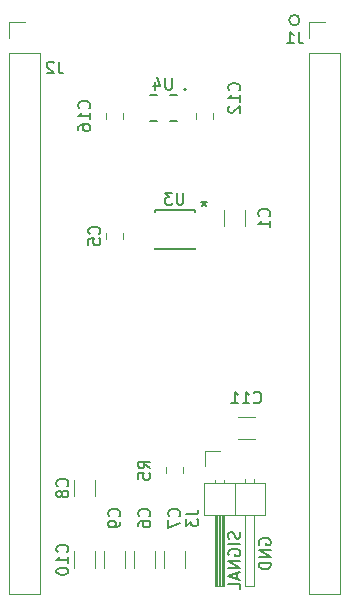
<source format=gbr>
%TF.GenerationSoftware,KiCad,Pcbnew,7.0.9-7.0.9~ubuntu22.04.1*%
%TF.CreationDate,2023-12-11T18:25:33-06:00*%
%TF.ProjectId,ultrasonic_microphone,756c7472-6173-46f6-9e69-635f6d696372,rev?*%
%TF.SameCoordinates,Original*%
%TF.FileFunction,Legend,Bot*%
%TF.FilePolarity,Positive*%
%FSLAX46Y46*%
G04 Gerber Fmt 4.6, Leading zero omitted, Abs format (unit mm)*
G04 Created by KiCad (PCBNEW 7.0.9-7.0.9~ubuntu22.04.1) date 2023-12-11 18:25:33*
%MOMM*%
%LPD*%
G01*
G04 APERTURE LIST*
%ADD10C,0.150000*%
%ADD11C,0.152400*%
%ADD12C,0.120000*%
G04 APERTURE END LIST*
D10*
X147738323Y-72280166D02*
X147785942Y-72423023D01*
X147785942Y-72423023D02*
X147785942Y-72661118D01*
X147785942Y-72661118D02*
X147738323Y-72756356D01*
X147738323Y-72756356D02*
X147690703Y-72803975D01*
X147690703Y-72803975D02*
X147595465Y-72851594D01*
X147595465Y-72851594D02*
X147500227Y-72851594D01*
X147500227Y-72851594D02*
X147404989Y-72803975D01*
X147404989Y-72803975D02*
X147357370Y-72756356D01*
X147357370Y-72756356D02*
X147309751Y-72661118D01*
X147309751Y-72661118D02*
X147262132Y-72470642D01*
X147262132Y-72470642D02*
X147214513Y-72375404D01*
X147214513Y-72375404D02*
X147166894Y-72327785D01*
X147166894Y-72327785D02*
X147071656Y-72280166D01*
X147071656Y-72280166D02*
X146976418Y-72280166D01*
X146976418Y-72280166D02*
X146881180Y-72327785D01*
X146881180Y-72327785D02*
X146833561Y-72375404D01*
X146833561Y-72375404D02*
X146785942Y-72470642D01*
X146785942Y-72470642D02*
X146785942Y-72708737D01*
X146785942Y-72708737D02*
X146833561Y-72851594D01*
X147785942Y-73280166D02*
X146785942Y-73280166D01*
X146833561Y-74280165D02*
X146785942Y-74184927D01*
X146785942Y-74184927D02*
X146785942Y-74042070D01*
X146785942Y-74042070D02*
X146833561Y-73899213D01*
X146833561Y-73899213D02*
X146928799Y-73803975D01*
X146928799Y-73803975D02*
X147024037Y-73756356D01*
X147024037Y-73756356D02*
X147214513Y-73708737D01*
X147214513Y-73708737D02*
X147357370Y-73708737D01*
X147357370Y-73708737D02*
X147547846Y-73756356D01*
X147547846Y-73756356D02*
X147643084Y-73803975D01*
X147643084Y-73803975D02*
X147738323Y-73899213D01*
X147738323Y-73899213D02*
X147785942Y-74042070D01*
X147785942Y-74042070D02*
X147785942Y-74137308D01*
X147785942Y-74137308D02*
X147738323Y-74280165D01*
X147738323Y-74280165D02*
X147690703Y-74327784D01*
X147690703Y-74327784D02*
X147357370Y-74327784D01*
X147357370Y-74327784D02*
X147357370Y-74137308D01*
X147785942Y-74756356D02*
X146785942Y-74756356D01*
X146785942Y-74756356D02*
X147785942Y-75327784D01*
X147785942Y-75327784D02*
X146785942Y-75327784D01*
X147500227Y-75756356D02*
X147500227Y-76232546D01*
X147785942Y-75661118D02*
X146785942Y-75994451D01*
X146785942Y-75994451D02*
X147785942Y-76327784D01*
X147785942Y-77137308D02*
X147785942Y-76661118D01*
X147785942Y-76661118D02*
X146785942Y-76661118D01*
X149414624Y-73368747D02*
X149367005Y-73273509D01*
X149367005Y-73273509D02*
X149367005Y-73130652D01*
X149367005Y-73130652D02*
X149414624Y-72987795D01*
X149414624Y-72987795D02*
X149509862Y-72892557D01*
X149509862Y-72892557D02*
X149605100Y-72844938D01*
X149605100Y-72844938D02*
X149795576Y-72797319D01*
X149795576Y-72797319D02*
X149938433Y-72797319D01*
X149938433Y-72797319D02*
X150128909Y-72844938D01*
X150128909Y-72844938D02*
X150224147Y-72892557D01*
X150224147Y-72892557D02*
X150319386Y-72987795D01*
X150319386Y-72987795D02*
X150367005Y-73130652D01*
X150367005Y-73130652D02*
X150367005Y-73225890D01*
X150367005Y-73225890D02*
X150319386Y-73368747D01*
X150319386Y-73368747D02*
X150271766Y-73416366D01*
X150271766Y-73416366D02*
X149938433Y-73416366D01*
X149938433Y-73416366D02*
X149938433Y-73225890D01*
X150367005Y-73844938D02*
X149367005Y-73844938D01*
X149367005Y-73844938D02*
X150367005Y-74416366D01*
X150367005Y-74416366D02*
X149367005Y-74416366D01*
X150367005Y-74892557D02*
X149367005Y-74892557D01*
X149367005Y-74892557D02*
X149367005Y-75130652D01*
X149367005Y-75130652D02*
X149414624Y-75273509D01*
X149414624Y-75273509D02*
X149509862Y-75368747D01*
X149509862Y-75368747D02*
X149605100Y-75416366D01*
X149605100Y-75416366D02*
X149795576Y-75463985D01*
X149795576Y-75463985D02*
X149938433Y-75463985D01*
X149938433Y-75463985D02*
X150128909Y-75416366D01*
X150128909Y-75416366D02*
X150224147Y-75368747D01*
X150224147Y-75368747D02*
X150319386Y-75273509D01*
X150319386Y-75273509D02*
X150367005Y-75130652D01*
X150367005Y-75130652D02*
X150367005Y-74892557D01*
X152809595Y-28965494D02*
G75*
G03*
X152809595Y-28965494I-440302J0D01*
G01*
X142979900Y-43576400D02*
X142979900Y-44385923D01*
X142979900Y-44385923D02*
X142932281Y-44481161D01*
X142932281Y-44481161D02*
X142884662Y-44528781D01*
X142884662Y-44528781D02*
X142789424Y-44576400D01*
X142789424Y-44576400D02*
X142598948Y-44576400D01*
X142598948Y-44576400D02*
X142503710Y-44528781D01*
X142503710Y-44528781D02*
X142456091Y-44481161D01*
X142456091Y-44481161D02*
X142408472Y-44385923D01*
X142408472Y-44385923D02*
X142408472Y-43576400D01*
X142027519Y-43576400D02*
X141408472Y-43576400D01*
X141408472Y-43576400D02*
X141741805Y-43957352D01*
X141741805Y-43957352D02*
X141598948Y-43957352D01*
X141598948Y-43957352D02*
X141503710Y-44004971D01*
X141503710Y-44004971D02*
X141456091Y-44052590D01*
X141456091Y-44052590D02*
X141408472Y-44147828D01*
X141408472Y-44147828D02*
X141408472Y-44385923D01*
X141408472Y-44385923D02*
X141456091Y-44481161D01*
X141456091Y-44481161D02*
X141503710Y-44528781D01*
X141503710Y-44528781D02*
X141598948Y-44576400D01*
X141598948Y-44576400D02*
X141884662Y-44576400D01*
X141884662Y-44576400D02*
X141979900Y-44528781D01*
X141979900Y-44528781D02*
X142027519Y-44481161D01*
X144711981Y-44233906D02*
X144711981Y-44472001D01*
X144950076Y-44376763D02*
X144711981Y-44472001D01*
X144711981Y-44472001D02*
X144473886Y-44376763D01*
X144854838Y-44662477D02*
X144711981Y-44472001D01*
X144711981Y-44472001D02*
X144569124Y-44662477D01*
X142015645Y-33835843D02*
X142015645Y-34645366D01*
X142015645Y-34645366D02*
X141968026Y-34740604D01*
X141968026Y-34740604D02*
X141920407Y-34788224D01*
X141920407Y-34788224D02*
X141825169Y-34835843D01*
X141825169Y-34835843D02*
X141634693Y-34835843D01*
X141634693Y-34835843D02*
X141539455Y-34788224D01*
X141539455Y-34788224D02*
X141491836Y-34740604D01*
X141491836Y-34740604D02*
X141444217Y-34645366D01*
X141444217Y-34645366D02*
X141444217Y-33835843D01*
X140539455Y-34169176D02*
X140539455Y-34835843D01*
X140777550Y-33788224D02*
X141015645Y-34502509D01*
X141015645Y-34502509D02*
X140396598Y-34502509D01*
X140059580Y-70953333D02*
X140107200Y-70905714D01*
X140107200Y-70905714D02*
X140154819Y-70762857D01*
X140154819Y-70762857D02*
X140154819Y-70667619D01*
X140154819Y-70667619D02*
X140107200Y-70524762D01*
X140107200Y-70524762D02*
X140011961Y-70429524D01*
X140011961Y-70429524D02*
X139916723Y-70381905D01*
X139916723Y-70381905D02*
X139726247Y-70334286D01*
X139726247Y-70334286D02*
X139583390Y-70334286D01*
X139583390Y-70334286D02*
X139392914Y-70381905D01*
X139392914Y-70381905D02*
X139297676Y-70429524D01*
X139297676Y-70429524D02*
X139202438Y-70524762D01*
X139202438Y-70524762D02*
X139154819Y-70667619D01*
X139154819Y-70667619D02*
X139154819Y-70762857D01*
X139154819Y-70762857D02*
X139202438Y-70905714D01*
X139202438Y-70905714D02*
X139250057Y-70953333D01*
X139154819Y-71810476D02*
X139154819Y-71620000D01*
X139154819Y-71620000D02*
X139202438Y-71524762D01*
X139202438Y-71524762D02*
X139250057Y-71477143D01*
X139250057Y-71477143D02*
X139392914Y-71381905D01*
X139392914Y-71381905D02*
X139583390Y-71334286D01*
X139583390Y-71334286D02*
X139964342Y-71334286D01*
X139964342Y-71334286D02*
X140059580Y-71381905D01*
X140059580Y-71381905D02*
X140107200Y-71429524D01*
X140107200Y-71429524D02*
X140154819Y-71524762D01*
X140154819Y-71524762D02*
X140154819Y-71715238D01*
X140154819Y-71715238D02*
X140107200Y-71810476D01*
X140107200Y-71810476D02*
X140059580Y-71858095D01*
X140059580Y-71858095D02*
X139964342Y-71905714D01*
X139964342Y-71905714D02*
X139726247Y-71905714D01*
X139726247Y-71905714D02*
X139631009Y-71858095D01*
X139631009Y-71858095D02*
X139583390Y-71810476D01*
X139583390Y-71810476D02*
X139535771Y-71715238D01*
X139535771Y-71715238D02*
X139535771Y-71524762D01*
X139535771Y-71524762D02*
X139583390Y-71429524D01*
X139583390Y-71429524D02*
X139631009Y-71381905D01*
X139631009Y-71381905D02*
X139726247Y-71334286D01*
X140154819Y-66910833D02*
X139678628Y-66577500D01*
X140154819Y-66339405D02*
X139154819Y-66339405D01*
X139154819Y-66339405D02*
X139154819Y-66720357D01*
X139154819Y-66720357D02*
X139202438Y-66815595D01*
X139202438Y-66815595D02*
X139250057Y-66863214D01*
X139250057Y-66863214D02*
X139345295Y-66910833D01*
X139345295Y-66910833D02*
X139488152Y-66910833D01*
X139488152Y-66910833D02*
X139583390Y-66863214D01*
X139583390Y-66863214D02*
X139631009Y-66815595D01*
X139631009Y-66815595D02*
X139678628Y-66720357D01*
X139678628Y-66720357D02*
X139678628Y-66339405D01*
X139154819Y-67815595D02*
X139154819Y-67339405D01*
X139154819Y-67339405D02*
X139631009Y-67291786D01*
X139631009Y-67291786D02*
X139583390Y-67339405D01*
X139583390Y-67339405D02*
X139535771Y-67434643D01*
X139535771Y-67434643D02*
X139535771Y-67672738D01*
X139535771Y-67672738D02*
X139583390Y-67767976D01*
X139583390Y-67767976D02*
X139631009Y-67815595D01*
X139631009Y-67815595D02*
X139726247Y-67863214D01*
X139726247Y-67863214D02*
X139964342Y-67863214D01*
X139964342Y-67863214D02*
X140059580Y-67815595D01*
X140059580Y-67815595D02*
X140107200Y-67767976D01*
X140107200Y-67767976D02*
X140154819Y-67672738D01*
X140154819Y-67672738D02*
X140154819Y-67434643D01*
X140154819Y-67434643D02*
X140107200Y-67339405D01*
X140107200Y-67339405D02*
X140059580Y-67291786D01*
X147679580Y-34917142D02*
X147727200Y-34869523D01*
X147727200Y-34869523D02*
X147774819Y-34726666D01*
X147774819Y-34726666D02*
X147774819Y-34631428D01*
X147774819Y-34631428D02*
X147727200Y-34488571D01*
X147727200Y-34488571D02*
X147631961Y-34393333D01*
X147631961Y-34393333D02*
X147536723Y-34345714D01*
X147536723Y-34345714D02*
X147346247Y-34298095D01*
X147346247Y-34298095D02*
X147203390Y-34298095D01*
X147203390Y-34298095D02*
X147012914Y-34345714D01*
X147012914Y-34345714D02*
X146917676Y-34393333D01*
X146917676Y-34393333D02*
X146822438Y-34488571D01*
X146822438Y-34488571D02*
X146774819Y-34631428D01*
X146774819Y-34631428D02*
X146774819Y-34726666D01*
X146774819Y-34726666D02*
X146822438Y-34869523D01*
X146822438Y-34869523D02*
X146870057Y-34917142D01*
X147774819Y-35869523D02*
X147774819Y-35298095D01*
X147774819Y-35583809D02*
X146774819Y-35583809D01*
X146774819Y-35583809D02*
X146917676Y-35488571D01*
X146917676Y-35488571D02*
X147012914Y-35393333D01*
X147012914Y-35393333D02*
X147060533Y-35298095D01*
X146870057Y-36250476D02*
X146822438Y-36298095D01*
X146822438Y-36298095D02*
X146774819Y-36393333D01*
X146774819Y-36393333D02*
X146774819Y-36631428D01*
X146774819Y-36631428D02*
X146822438Y-36726666D01*
X146822438Y-36726666D02*
X146870057Y-36774285D01*
X146870057Y-36774285D02*
X146965295Y-36821904D01*
X146965295Y-36821904D02*
X147060533Y-36821904D01*
X147060533Y-36821904D02*
X147203390Y-36774285D01*
X147203390Y-36774285D02*
X147774819Y-36202857D01*
X147774819Y-36202857D02*
X147774819Y-36821904D01*
X132413333Y-32474819D02*
X132413333Y-33189104D01*
X132413333Y-33189104D02*
X132460952Y-33331961D01*
X132460952Y-33331961D02*
X132556190Y-33427200D01*
X132556190Y-33427200D02*
X132699047Y-33474819D01*
X132699047Y-33474819D02*
X132794285Y-33474819D01*
X131984761Y-32570057D02*
X131937142Y-32522438D01*
X131937142Y-32522438D02*
X131841904Y-32474819D01*
X131841904Y-32474819D02*
X131603809Y-32474819D01*
X131603809Y-32474819D02*
X131508571Y-32522438D01*
X131508571Y-32522438D02*
X131460952Y-32570057D01*
X131460952Y-32570057D02*
X131413333Y-32665295D01*
X131413333Y-32665295D02*
X131413333Y-32760533D01*
X131413333Y-32760533D02*
X131460952Y-32903390D01*
X131460952Y-32903390D02*
X132032380Y-33474819D01*
X132032380Y-33474819D02*
X131413333Y-33474819D01*
X133129580Y-73994642D02*
X133177200Y-73947023D01*
X133177200Y-73947023D02*
X133224819Y-73804166D01*
X133224819Y-73804166D02*
X133224819Y-73708928D01*
X133224819Y-73708928D02*
X133177200Y-73566071D01*
X133177200Y-73566071D02*
X133081961Y-73470833D01*
X133081961Y-73470833D02*
X132986723Y-73423214D01*
X132986723Y-73423214D02*
X132796247Y-73375595D01*
X132796247Y-73375595D02*
X132653390Y-73375595D01*
X132653390Y-73375595D02*
X132462914Y-73423214D01*
X132462914Y-73423214D02*
X132367676Y-73470833D01*
X132367676Y-73470833D02*
X132272438Y-73566071D01*
X132272438Y-73566071D02*
X132224819Y-73708928D01*
X132224819Y-73708928D02*
X132224819Y-73804166D01*
X132224819Y-73804166D02*
X132272438Y-73947023D01*
X132272438Y-73947023D02*
X132320057Y-73994642D01*
X133224819Y-74947023D02*
X133224819Y-74375595D01*
X133224819Y-74661309D02*
X132224819Y-74661309D01*
X132224819Y-74661309D02*
X132367676Y-74566071D01*
X132367676Y-74566071D02*
X132462914Y-74470833D01*
X132462914Y-74470833D02*
X132510533Y-74375595D01*
X132224819Y-75566071D02*
X132224819Y-75661309D01*
X132224819Y-75661309D02*
X132272438Y-75756547D01*
X132272438Y-75756547D02*
X132320057Y-75804166D01*
X132320057Y-75804166D02*
X132415295Y-75851785D01*
X132415295Y-75851785D02*
X132605771Y-75899404D01*
X132605771Y-75899404D02*
X132843866Y-75899404D01*
X132843866Y-75899404D02*
X133034342Y-75851785D01*
X133034342Y-75851785D02*
X133129580Y-75804166D01*
X133129580Y-75804166D02*
X133177200Y-75756547D01*
X133177200Y-75756547D02*
X133224819Y-75661309D01*
X133224819Y-75661309D02*
X133224819Y-75566071D01*
X133224819Y-75566071D02*
X133177200Y-75470833D01*
X133177200Y-75470833D02*
X133129580Y-75423214D01*
X133129580Y-75423214D02*
X133034342Y-75375595D01*
X133034342Y-75375595D02*
X132843866Y-75327976D01*
X132843866Y-75327976D02*
X132605771Y-75327976D01*
X132605771Y-75327976D02*
X132415295Y-75375595D01*
X132415295Y-75375595D02*
X132320057Y-75423214D01*
X132320057Y-75423214D02*
X132272438Y-75470833D01*
X132272438Y-75470833D02*
X132224819Y-75566071D01*
X135839580Y-47055833D02*
X135887200Y-47008214D01*
X135887200Y-47008214D02*
X135934819Y-46865357D01*
X135934819Y-46865357D02*
X135934819Y-46770119D01*
X135934819Y-46770119D02*
X135887200Y-46627262D01*
X135887200Y-46627262D02*
X135791961Y-46532024D01*
X135791961Y-46532024D02*
X135696723Y-46484405D01*
X135696723Y-46484405D02*
X135506247Y-46436786D01*
X135506247Y-46436786D02*
X135363390Y-46436786D01*
X135363390Y-46436786D02*
X135172914Y-46484405D01*
X135172914Y-46484405D02*
X135077676Y-46532024D01*
X135077676Y-46532024D02*
X134982438Y-46627262D01*
X134982438Y-46627262D02*
X134934819Y-46770119D01*
X134934819Y-46770119D02*
X134934819Y-46865357D01*
X134934819Y-46865357D02*
X134982438Y-47008214D01*
X134982438Y-47008214D02*
X135030057Y-47055833D01*
X134934819Y-47960595D02*
X134934819Y-47484405D01*
X134934819Y-47484405D02*
X135411009Y-47436786D01*
X135411009Y-47436786D02*
X135363390Y-47484405D01*
X135363390Y-47484405D02*
X135315771Y-47579643D01*
X135315771Y-47579643D02*
X135315771Y-47817738D01*
X135315771Y-47817738D02*
X135363390Y-47912976D01*
X135363390Y-47912976D02*
X135411009Y-47960595D01*
X135411009Y-47960595D02*
X135506247Y-48008214D01*
X135506247Y-48008214D02*
X135744342Y-48008214D01*
X135744342Y-48008214D02*
X135839580Y-47960595D01*
X135839580Y-47960595D02*
X135887200Y-47912976D01*
X135887200Y-47912976D02*
X135934819Y-47817738D01*
X135934819Y-47817738D02*
X135934819Y-47579643D01*
X135934819Y-47579643D02*
X135887200Y-47484405D01*
X135887200Y-47484405D02*
X135839580Y-47436786D01*
X143229819Y-70796666D02*
X143944104Y-70796666D01*
X143944104Y-70796666D02*
X144086961Y-70749047D01*
X144086961Y-70749047D02*
X144182200Y-70653809D01*
X144182200Y-70653809D02*
X144229819Y-70510952D01*
X144229819Y-70510952D02*
X144229819Y-70415714D01*
X143229819Y-71177619D02*
X143229819Y-71796666D01*
X143229819Y-71796666D02*
X143610771Y-71463333D01*
X143610771Y-71463333D02*
X143610771Y-71606190D01*
X143610771Y-71606190D02*
X143658390Y-71701428D01*
X143658390Y-71701428D02*
X143706009Y-71749047D01*
X143706009Y-71749047D02*
X143801247Y-71796666D01*
X143801247Y-71796666D02*
X144039342Y-71796666D01*
X144039342Y-71796666D02*
X144134580Y-71749047D01*
X144134580Y-71749047D02*
X144182200Y-71701428D01*
X144182200Y-71701428D02*
X144229819Y-71606190D01*
X144229819Y-71606190D02*
X144229819Y-71320476D01*
X144229819Y-71320476D02*
X144182200Y-71225238D01*
X144182200Y-71225238D02*
X144134580Y-71177619D01*
X142599580Y-70953333D02*
X142647200Y-70905714D01*
X142647200Y-70905714D02*
X142694819Y-70762857D01*
X142694819Y-70762857D02*
X142694819Y-70667619D01*
X142694819Y-70667619D02*
X142647200Y-70524762D01*
X142647200Y-70524762D02*
X142551961Y-70429524D01*
X142551961Y-70429524D02*
X142456723Y-70381905D01*
X142456723Y-70381905D02*
X142266247Y-70334286D01*
X142266247Y-70334286D02*
X142123390Y-70334286D01*
X142123390Y-70334286D02*
X141932914Y-70381905D01*
X141932914Y-70381905D02*
X141837676Y-70429524D01*
X141837676Y-70429524D02*
X141742438Y-70524762D01*
X141742438Y-70524762D02*
X141694819Y-70667619D01*
X141694819Y-70667619D02*
X141694819Y-70762857D01*
X141694819Y-70762857D02*
X141742438Y-70905714D01*
X141742438Y-70905714D02*
X141790057Y-70953333D01*
X141694819Y-71286667D02*
X141694819Y-71953333D01*
X141694819Y-71953333D02*
X142694819Y-71524762D01*
X134979580Y-36419642D02*
X135027200Y-36372023D01*
X135027200Y-36372023D02*
X135074819Y-36229166D01*
X135074819Y-36229166D02*
X135074819Y-36133928D01*
X135074819Y-36133928D02*
X135027200Y-35991071D01*
X135027200Y-35991071D02*
X134931961Y-35895833D01*
X134931961Y-35895833D02*
X134836723Y-35848214D01*
X134836723Y-35848214D02*
X134646247Y-35800595D01*
X134646247Y-35800595D02*
X134503390Y-35800595D01*
X134503390Y-35800595D02*
X134312914Y-35848214D01*
X134312914Y-35848214D02*
X134217676Y-35895833D01*
X134217676Y-35895833D02*
X134122438Y-35991071D01*
X134122438Y-35991071D02*
X134074819Y-36133928D01*
X134074819Y-36133928D02*
X134074819Y-36229166D01*
X134074819Y-36229166D02*
X134122438Y-36372023D01*
X134122438Y-36372023D02*
X134170057Y-36419642D01*
X135074819Y-37372023D02*
X135074819Y-36800595D01*
X135074819Y-37086309D02*
X134074819Y-37086309D01*
X134074819Y-37086309D02*
X134217676Y-36991071D01*
X134217676Y-36991071D02*
X134312914Y-36895833D01*
X134312914Y-36895833D02*
X134360533Y-36800595D01*
X134074819Y-38229166D02*
X134074819Y-38038690D01*
X134074819Y-38038690D02*
X134122438Y-37943452D01*
X134122438Y-37943452D02*
X134170057Y-37895833D01*
X134170057Y-37895833D02*
X134312914Y-37800595D01*
X134312914Y-37800595D02*
X134503390Y-37752976D01*
X134503390Y-37752976D02*
X134884342Y-37752976D01*
X134884342Y-37752976D02*
X134979580Y-37800595D01*
X134979580Y-37800595D02*
X135027200Y-37848214D01*
X135027200Y-37848214D02*
X135074819Y-37943452D01*
X135074819Y-37943452D02*
X135074819Y-38133928D01*
X135074819Y-38133928D02*
X135027200Y-38229166D01*
X135027200Y-38229166D02*
X134979580Y-38276785D01*
X134979580Y-38276785D02*
X134884342Y-38324404D01*
X134884342Y-38324404D02*
X134646247Y-38324404D01*
X134646247Y-38324404D02*
X134551009Y-38276785D01*
X134551009Y-38276785D02*
X134503390Y-38229166D01*
X134503390Y-38229166D02*
X134455771Y-38133928D01*
X134455771Y-38133928D02*
X134455771Y-37943452D01*
X134455771Y-37943452D02*
X134503390Y-37848214D01*
X134503390Y-37848214D02*
X134551009Y-37800595D01*
X134551009Y-37800595D02*
X134646247Y-37752976D01*
X148940357Y-61319580D02*
X148987976Y-61367200D01*
X148987976Y-61367200D02*
X149130833Y-61414819D01*
X149130833Y-61414819D02*
X149226071Y-61414819D01*
X149226071Y-61414819D02*
X149368928Y-61367200D01*
X149368928Y-61367200D02*
X149464166Y-61271961D01*
X149464166Y-61271961D02*
X149511785Y-61176723D01*
X149511785Y-61176723D02*
X149559404Y-60986247D01*
X149559404Y-60986247D02*
X149559404Y-60843390D01*
X149559404Y-60843390D02*
X149511785Y-60652914D01*
X149511785Y-60652914D02*
X149464166Y-60557676D01*
X149464166Y-60557676D02*
X149368928Y-60462438D01*
X149368928Y-60462438D02*
X149226071Y-60414819D01*
X149226071Y-60414819D02*
X149130833Y-60414819D01*
X149130833Y-60414819D02*
X148987976Y-60462438D01*
X148987976Y-60462438D02*
X148940357Y-60510057D01*
X147987976Y-61414819D02*
X148559404Y-61414819D01*
X148273690Y-61414819D02*
X148273690Y-60414819D01*
X148273690Y-60414819D02*
X148368928Y-60557676D01*
X148368928Y-60557676D02*
X148464166Y-60652914D01*
X148464166Y-60652914D02*
X148559404Y-60700533D01*
X147035595Y-61414819D02*
X147607023Y-61414819D01*
X147321309Y-61414819D02*
X147321309Y-60414819D01*
X147321309Y-60414819D02*
X147416547Y-60557676D01*
X147416547Y-60557676D02*
X147511785Y-60652914D01*
X147511785Y-60652914D02*
X147607023Y-60700533D01*
X152733333Y-29934819D02*
X152733333Y-30649104D01*
X152733333Y-30649104D02*
X152780952Y-30791961D01*
X152780952Y-30791961D02*
X152876190Y-30887200D01*
X152876190Y-30887200D02*
X153019047Y-30934819D01*
X153019047Y-30934819D02*
X153114285Y-30934819D01*
X151733333Y-30934819D02*
X152304761Y-30934819D01*
X152019047Y-30934819D02*
X152019047Y-29934819D01*
X152019047Y-29934819D02*
X152114285Y-30077676D01*
X152114285Y-30077676D02*
X152209523Y-30172914D01*
X152209523Y-30172914D02*
X152304761Y-30220533D01*
X133129580Y-68413333D02*
X133177200Y-68365714D01*
X133177200Y-68365714D02*
X133224819Y-68222857D01*
X133224819Y-68222857D02*
X133224819Y-68127619D01*
X133224819Y-68127619D02*
X133177200Y-67984762D01*
X133177200Y-67984762D02*
X133081961Y-67889524D01*
X133081961Y-67889524D02*
X132986723Y-67841905D01*
X132986723Y-67841905D02*
X132796247Y-67794286D01*
X132796247Y-67794286D02*
X132653390Y-67794286D01*
X132653390Y-67794286D02*
X132462914Y-67841905D01*
X132462914Y-67841905D02*
X132367676Y-67889524D01*
X132367676Y-67889524D02*
X132272438Y-67984762D01*
X132272438Y-67984762D02*
X132224819Y-68127619D01*
X132224819Y-68127619D02*
X132224819Y-68222857D01*
X132224819Y-68222857D02*
X132272438Y-68365714D01*
X132272438Y-68365714D02*
X132320057Y-68413333D01*
X132653390Y-68984762D02*
X132605771Y-68889524D01*
X132605771Y-68889524D02*
X132558152Y-68841905D01*
X132558152Y-68841905D02*
X132462914Y-68794286D01*
X132462914Y-68794286D02*
X132415295Y-68794286D01*
X132415295Y-68794286D02*
X132320057Y-68841905D01*
X132320057Y-68841905D02*
X132272438Y-68889524D01*
X132272438Y-68889524D02*
X132224819Y-68984762D01*
X132224819Y-68984762D02*
X132224819Y-69175238D01*
X132224819Y-69175238D02*
X132272438Y-69270476D01*
X132272438Y-69270476D02*
X132320057Y-69318095D01*
X132320057Y-69318095D02*
X132415295Y-69365714D01*
X132415295Y-69365714D02*
X132462914Y-69365714D01*
X132462914Y-69365714D02*
X132558152Y-69318095D01*
X132558152Y-69318095D02*
X132605771Y-69270476D01*
X132605771Y-69270476D02*
X132653390Y-69175238D01*
X132653390Y-69175238D02*
X132653390Y-68984762D01*
X132653390Y-68984762D02*
X132701009Y-68889524D01*
X132701009Y-68889524D02*
X132748628Y-68841905D01*
X132748628Y-68841905D02*
X132843866Y-68794286D01*
X132843866Y-68794286D02*
X133034342Y-68794286D01*
X133034342Y-68794286D02*
X133129580Y-68841905D01*
X133129580Y-68841905D02*
X133177200Y-68889524D01*
X133177200Y-68889524D02*
X133224819Y-68984762D01*
X133224819Y-68984762D02*
X133224819Y-69175238D01*
X133224819Y-69175238D02*
X133177200Y-69270476D01*
X133177200Y-69270476D02*
X133129580Y-69318095D01*
X133129580Y-69318095D02*
X133034342Y-69365714D01*
X133034342Y-69365714D02*
X132843866Y-69365714D01*
X132843866Y-69365714D02*
X132748628Y-69318095D01*
X132748628Y-69318095D02*
X132701009Y-69270476D01*
X132701009Y-69270476D02*
X132653390Y-69175238D01*
X150219580Y-45553333D02*
X150267200Y-45505714D01*
X150267200Y-45505714D02*
X150314819Y-45362857D01*
X150314819Y-45362857D02*
X150314819Y-45267619D01*
X150314819Y-45267619D02*
X150267200Y-45124762D01*
X150267200Y-45124762D02*
X150171961Y-45029524D01*
X150171961Y-45029524D02*
X150076723Y-44981905D01*
X150076723Y-44981905D02*
X149886247Y-44934286D01*
X149886247Y-44934286D02*
X149743390Y-44934286D01*
X149743390Y-44934286D02*
X149552914Y-44981905D01*
X149552914Y-44981905D02*
X149457676Y-45029524D01*
X149457676Y-45029524D02*
X149362438Y-45124762D01*
X149362438Y-45124762D02*
X149314819Y-45267619D01*
X149314819Y-45267619D02*
X149314819Y-45362857D01*
X149314819Y-45362857D02*
X149362438Y-45505714D01*
X149362438Y-45505714D02*
X149410057Y-45553333D01*
X150314819Y-46505714D02*
X150314819Y-45934286D01*
X150314819Y-46220000D02*
X149314819Y-46220000D01*
X149314819Y-46220000D02*
X149457676Y-46124762D01*
X149457676Y-46124762D02*
X149552914Y-46029524D01*
X149552914Y-46029524D02*
X149600533Y-45934286D01*
X137519580Y-70953333D02*
X137567200Y-70905714D01*
X137567200Y-70905714D02*
X137614819Y-70762857D01*
X137614819Y-70762857D02*
X137614819Y-70667619D01*
X137614819Y-70667619D02*
X137567200Y-70524762D01*
X137567200Y-70524762D02*
X137471961Y-70429524D01*
X137471961Y-70429524D02*
X137376723Y-70381905D01*
X137376723Y-70381905D02*
X137186247Y-70334286D01*
X137186247Y-70334286D02*
X137043390Y-70334286D01*
X137043390Y-70334286D02*
X136852914Y-70381905D01*
X136852914Y-70381905D02*
X136757676Y-70429524D01*
X136757676Y-70429524D02*
X136662438Y-70524762D01*
X136662438Y-70524762D02*
X136614819Y-70667619D01*
X136614819Y-70667619D02*
X136614819Y-70762857D01*
X136614819Y-70762857D02*
X136662438Y-70905714D01*
X136662438Y-70905714D02*
X136710057Y-70953333D01*
X137614819Y-71429524D02*
X137614819Y-71620000D01*
X137614819Y-71620000D02*
X137567200Y-71715238D01*
X137567200Y-71715238D02*
X137519580Y-71762857D01*
X137519580Y-71762857D02*
X137376723Y-71858095D01*
X137376723Y-71858095D02*
X137186247Y-71905714D01*
X137186247Y-71905714D02*
X136805295Y-71905714D01*
X136805295Y-71905714D02*
X136710057Y-71858095D01*
X136710057Y-71858095D02*
X136662438Y-71810476D01*
X136662438Y-71810476D02*
X136614819Y-71715238D01*
X136614819Y-71715238D02*
X136614819Y-71524762D01*
X136614819Y-71524762D02*
X136662438Y-71429524D01*
X136662438Y-71429524D02*
X136710057Y-71381905D01*
X136710057Y-71381905D02*
X136805295Y-71334286D01*
X136805295Y-71334286D02*
X137043390Y-71334286D01*
X137043390Y-71334286D02*
X137138628Y-71381905D01*
X137138628Y-71381905D02*
X137186247Y-71429524D01*
X137186247Y-71429524D02*
X137233866Y-71524762D01*
X137233866Y-71524762D02*
X137233866Y-71715238D01*
X137233866Y-71715238D02*
X137186247Y-71810476D01*
X137186247Y-71810476D02*
X137138628Y-71858095D01*
X137138628Y-71858095D02*
X137043390Y-71905714D01*
D11*
%TO.C,U3*%
X143916400Y-48371399D02*
X140563600Y-48371399D01*
X140563600Y-48371399D02*
X140563600Y-48218638D01*
X140563600Y-45018599D02*
X143916400Y-45018599D01*
X143916400Y-45018599D02*
X143916400Y-45171360D01*
X143916400Y-48218638D02*
X143916400Y-48371399D01*
X140563600Y-45171360D02*
X140563600Y-45018599D01*
%TO.C,U4*%
X143187976Y-34829143D02*
G75*
G03*
X143187976Y-34829143I-76200J0D01*
G01*
X142389600Y-37539501D02*
X141824138Y-37539501D01*
X140135600Y-35285501D02*
X140701062Y-35285501D01*
X140701062Y-37539501D02*
X140135600Y-37539501D01*
X141824138Y-35285501D02*
X142389600Y-35285501D01*
D12*
%TO.C,C6*%
X140610000Y-73926248D02*
X140610000Y-75348752D01*
X138790000Y-73926248D02*
X138790000Y-75348752D01*
%TO.C,R5*%
X141505000Y-67338752D02*
X141505000Y-66816248D01*
X142975000Y-67338752D02*
X142975000Y-66816248D01*
%TO.C,C12*%
X145515000Y-36801248D02*
X145515000Y-37323752D01*
X144045000Y-36801248D02*
X144045000Y-37323752D01*
%TO.C,J2*%
X130870000Y-77530000D02*
X128210000Y-77530000D01*
X130870000Y-31750000D02*
X130870000Y-77530000D01*
X130870000Y-31750000D02*
X128210000Y-31750000D01*
X129540000Y-29150000D02*
X128210000Y-29150000D01*
X128210000Y-31750000D02*
X128210000Y-77530000D01*
X128210000Y-29150000D02*
X128210000Y-30480000D01*
%TO.C,C10*%
X135530000Y-73926248D02*
X135530000Y-75348752D01*
X133710000Y-73926248D02*
X133710000Y-75348752D01*
%TO.C,C5*%
X137895000Y-46961248D02*
X137895000Y-47483752D01*
X136425000Y-46961248D02*
X136425000Y-47483752D01*
%TO.C,J3*%
X146045000Y-65475000D02*
X144775000Y-65475000D01*
X144775000Y-65475000D02*
X144775000Y-66745000D01*
X148965000Y-67787929D02*
X148965000Y-68185000D01*
X148205000Y-67787929D02*
X148205000Y-68185000D01*
X146425000Y-67855000D02*
X146425000Y-68185000D01*
X145665000Y-67855000D02*
X145665000Y-68185000D01*
X149915000Y-68185000D02*
X149915000Y-70845000D01*
X147315000Y-68185000D02*
X147315000Y-70845000D01*
X144715000Y-68185000D02*
X149915000Y-68185000D01*
X149915000Y-70845000D02*
X144715000Y-70845000D01*
X148205000Y-70845000D02*
X148205000Y-76845000D01*
X146325000Y-70845000D02*
X146325000Y-76845000D01*
X146205000Y-70845000D02*
X146205000Y-76845000D01*
X146085000Y-70845000D02*
X146085000Y-76845000D01*
X145965000Y-70845000D02*
X145965000Y-76845000D01*
X145845000Y-70845000D02*
X145845000Y-76845000D01*
X145725000Y-70845000D02*
X145725000Y-76845000D01*
X145665000Y-70845000D02*
X145665000Y-76845000D01*
X144715000Y-70845000D02*
X144715000Y-68185000D01*
X148965000Y-76845000D02*
X148965000Y-70845000D01*
X148205000Y-76845000D02*
X148965000Y-76845000D01*
X146425000Y-76845000D02*
X146425000Y-70845000D01*
X145665000Y-76845000D02*
X146425000Y-76845000D01*
%TO.C,C7*%
X143150000Y-73926248D02*
X143150000Y-75348752D01*
X141330000Y-73926248D02*
X141330000Y-75348752D01*
%TO.C,C16*%
X136425000Y-37323752D02*
X136425000Y-36801248D01*
X137895000Y-37323752D02*
X137895000Y-36801248D01*
%TO.C,C11*%
X147586248Y-62590000D02*
X149008752Y-62590000D01*
X147586248Y-64410000D02*
X149008752Y-64410000D01*
%TO.C,J1*%
X156270000Y-77530000D02*
X153610000Y-77530000D01*
X156270000Y-31750000D02*
X156270000Y-77530000D01*
X156270000Y-31750000D02*
X153610000Y-31750000D01*
X154940000Y-29150000D02*
X153610000Y-29150000D01*
X153610000Y-31750000D02*
X153610000Y-77530000D01*
X153610000Y-29150000D02*
X153610000Y-30480000D01*
%TO.C,C8*%
X135530000Y-67868748D02*
X135530000Y-69291252D01*
X133710000Y-67868748D02*
X133710000Y-69291252D01*
%TO.C,C1*%
X148230000Y-45008748D02*
X148230000Y-46431252D01*
X146410000Y-45008748D02*
X146410000Y-46431252D01*
%TO.C,C9*%
X138070000Y-73926248D02*
X138070000Y-75348752D01*
X136250000Y-73926248D02*
X136250000Y-75348752D01*
%TD*%
M02*

</source>
